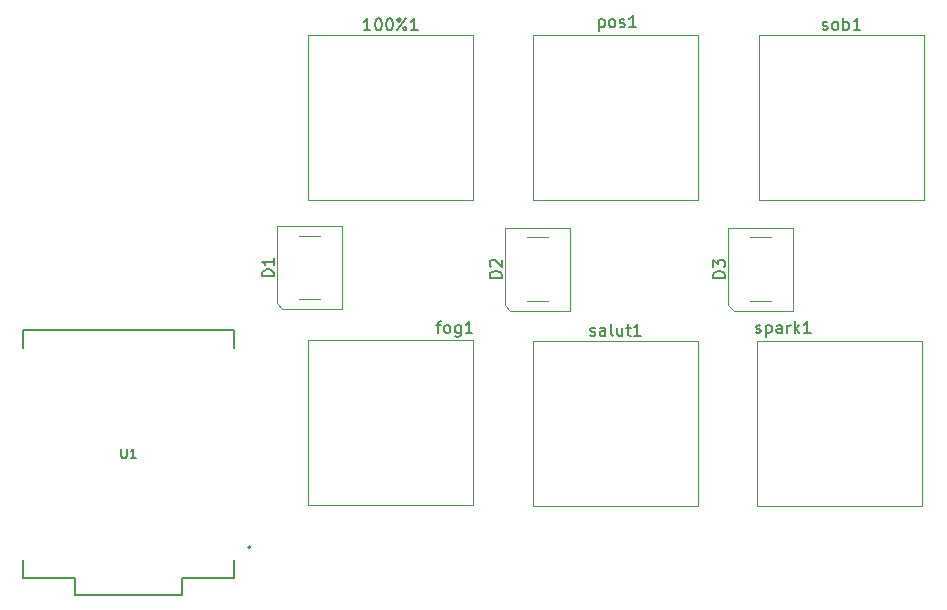
<source format=gto>
%TF.GenerationSoftware,KiCad,Pcbnew,9.0.2*%
%TF.CreationDate,2025-06-30T21:14:53-05:00*%
%TF.ProjectId,starter,73746172-7465-4722-9e6b-696361645f70,rev?*%
%TF.SameCoordinates,Original*%
%TF.FileFunction,Legend,Top*%
%TF.FilePolarity,Positive*%
%FSLAX46Y46*%
G04 Gerber Fmt 4.6, Leading zero omitted, Abs format (unit mm)*
G04 Created by KiCad (PCBNEW 9.0.2) date 2025-06-30 21:14:53*
%MOMM*%
%LPD*%
G01*
G04 APERTURE LIST*
%ADD10C,0.150000*%
%ADD11C,0.120000*%
%ADD12C,0.127000*%
%ADD13C,0.200000*%
G04 APERTURE END LIST*
D10*
X134354819Y-70788094D02*
X133354819Y-70788094D01*
X133354819Y-70788094D02*
X133354819Y-70549999D01*
X133354819Y-70549999D02*
X133402438Y-70407142D01*
X133402438Y-70407142D02*
X133497676Y-70311904D01*
X133497676Y-70311904D02*
X133592914Y-70264285D01*
X133592914Y-70264285D02*
X133783390Y-70216666D01*
X133783390Y-70216666D02*
X133926247Y-70216666D01*
X133926247Y-70216666D02*
X134116723Y-70264285D01*
X134116723Y-70264285D02*
X134211961Y-70311904D01*
X134211961Y-70311904D02*
X134307200Y-70407142D01*
X134307200Y-70407142D02*
X134354819Y-70549999D01*
X134354819Y-70549999D02*
X134354819Y-70788094D01*
X133354819Y-69883332D02*
X133354819Y-69264285D01*
X133354819Y-69264285D02*
X133735771Y-69597618D01*
X133735771Y-69597618D02*
X133735771Y-69454761D01*
X133735771Y-69454761D02*
X133783390Y-69359523D01*
X133783390Y-69359523D02*
X133831009Y-69311904D01*
X133831009Y-69311904D02*
X133926247Y-69264285D01*
X133926247Y-69264285D02*
X134164342Y-69264285D01*
X134164342Y-69264285D02*
X134259580Y-69311904D01*
X134259580Y-69311904D02*
X134307200Y-69359523D01*
X134307200Y-69359523D02*
X134354819Y-69454761D01*
X134354819Y-69454761D02*
X134354819Y-69740475D01*
X134354819Y-69740475D02*
X134307200Y-69835713D01*
X134307200Y-69835713D02*
X134259580Y-69883332D01*
X83250976Y-85250295D02*
X83250976Y-85897914D01*
X83250976Y-85897914D02*
X83289071Y-85974104D01*
X83289071Y-85974104D02*
X83327166Y-86012200D01*
X83327166Y-86012200D02*
X83403357Y-86050295D01*
X83403357Y-86050295D02*
X83555738Y-86050295D01*
X83555738Y-86050295D02*
X83631928Y-86012200D01*
X83631928Y-86012200D02*
X83670023Y-85974104D01*
X83670023Y-85974104D02*
X83708119Y-85897914D01*
X83708119Y-85897914D02*
X83708119Y-85250295D01*
X84508118Y-86050295D02*
X84050975Y-86050295D01*
X84279547Y-86050295D02*
X84279547Y-85250295D01*
X84279547Y-85250295D02*
X84203356Y-85364580D01*
X84203356Y-85364580D02*
X84127166Y-85440771D01*
X84127166Y-85440771D02*
X84050975Y-85478866D01*
X122957142Y-75633200D02*
X123052380Y-75680819D01*
X123052380Y-75680819D02*
X123242856Y-75680819D01*
X123242856Y-75680819D02*
X123338094Y-75633200D01*
X123338094Y-75633200D02*
X123385713Y-75537961D01*
X123385713Y-75537961D02*
X123385713Y-75490342D01*
X123385713Y-75490342D02*
X123338094Y-75395104D01*
X123338094Y-75395104D02*
X123242856Y-75347485D01*
X123242856Y-75347485D02*
X123099999Y-75347485D01*
X123099999Y-75347485D02*
X123004761Y-75299866D01*
X123004761Y-75299866D02*
X122957142Y-75204628D01*
X122957142Y-75204628D02*
X122957142Y-75157009D01*
X122957142Y-75157009D02*
X123004761Y-75061771D01*
X123004761Y-75061771D02*
X123099999Y-75014152D01*
X123099999Y-75014152D02*
X123242856Y-75014152D01*
X123242856Y-75014152D02*
X123338094Y-75061771D01*
X124242856Y-75680819D02*
X124242856Y-75157009D01*
X124242856Y-75157009D02*
X124195237Y-75061771D01*
X124195237Y-75061771D02*
X124099999Y-75014152D01*
X124099999Y-75014152D02*
X123909523Y-75014152D01*
X123909523Y-75014152D02*
X123814285Y-75061771D01*
X124242856Y-75633200D02*
X124147618Y-75680819D01*
X124147618Y-75680819D02*
X123909523Y-75680819D01*
X123909523Y-75680819D02*
X123814285Y-75633200D01*
X123814285Y-75633200D02*
X123766666Y-75537961D01*
X123766666Y-75537961D02*
X123766666Y-75442723D01*
X123766666Y-75442723D02*
X123814285Y-75347485D01*
X123814285Y-75347485D02*
X123909523Y-75299866D01*
X123909523Y-75299866D02*
X124147618Y-75299866D01*
X124147618Y-75299866D02*
X124242856Y-75252247D01*
X124861904Y-75680819D02*
X124766666Y-75633200D01*
X124766666Y-75633200D02*
X124719047Y-75537961D01*
X124719047Y-75537961D02*
X124719047Y-74680819D01*
X125671428Y-75014152D02*
X125671428Y-75680819D01*
X125242857Y-75014152D02*
X125242857Y-75537961D01*
X125242857Y-75537961D02*
X125290476Y-75633200D01*
X125290476Y-75633200D02*
X125385714Y-75680819D01*
X125385714Y-75680819D02*
X125528571Y-75680819D01*
X125528571Y-75680819D02*
X125623809Y-75633200D01*
X125623809Y-75633200D02*
X125671428Y-75585580D01*
X126004762Y-75014152D02*
X126385714Y-75014152D01*
X126147619Y-74680819D02*
X126147619Y-75537961D01*
X126147619Y-75537961D02*
X126195238Y-75633200D01*
X126195238Y-75633200D02*
X126290476Y-75680819D01*
X126290476Y-75680819D02*
X126385714Y-75680819D01*
X127242857Y-75680819D02*
X126671429Y-75680819D01*
X126957143Y-75680819D02*
X126957143Y-74680819D01*
X126957143Y-74680819D02*
X126861905Y-74823676D01*
X126861905Y-74823676D02*
X126766667Y-74918914D01*
X126766667Y-74918914D02*
X126671429Y-74966533D01*
X104355714Y-49810819D02*
X103784286Y-49810819D01*
X104070000Y-49810819D02*
X104070000Y-48810819D01*
X104070000Y-48810819D02*
X103974762Y-48953676D01*
X103974762Y-48953676D02*
X103879524Y-49048914D01*
X103879524Y-49048914D02*
X103784286Y-49096533D01*
X104974762Y-48810819D02*
X105070000Y-48810819D01*
X105070000Y-48810819D02*
X105165238Y-48858438D01*
X105165238Y-48858438D02*
X105212857Y-48906057D01*
X105212857Y-48906057D02*
X105260476Y-49001295D01*
X105260476Y-49001295D02*
X105308095Y-49191771D01*
X105308095Y-49191771D02*
X105308095Y-49429866D01*
X105308095Y-49429866D02*
X105260476Y-49620342D01*
X105260476Y-49620342D02*
X105212857Y-49715580D01*
X105212857Y-49715580D02*
X105165238Y-49763200D01*
X105165238Y-49763200D02*
X105070000Y-49810819D01*
X105070000Y-49810819D02*
X104974762Y-49810819D01*
X104974762Y-49810819D02*
X104879524Y-49763200D01*
X104879524Y-49763200D02*
X104831905Y-49715580D01*
X104831905Y-49715580D02*
X104784286Y-49620342D01*
X104784286Y-49620342D02*
X104736667Y-49429866D01*
X104736667Y-49429866D02*
X104736667Y-49191771D01*
X104736667Y-49191771D02*
X104784286Y-49001295D01*
X104784286Y-49001295D02*
X104831905Y-48906057D01*
X104831905Y-48906057D02*
X104879524Y-48858438D01*
X104879524Y-48858438D02*
X104974762Y-48810819D01*
X105927143Y-48810819D02*
X106022381Y-48810819D01*
X106022381Y-48810819D02*
X106117619Y-48858438D01*
X106117619Y-48858438D02*
X106165238Y-48906057D01*
X106165238Y-48906057D02*
X106212857Y-49001295D01*
X106212857Y-49001295D02*
X106260476Y-49191771D01*
X106260476Y-49191771D02*
X106260476Y-49429866D01*
X106260476Y-49429866D02*
X106212857Y-49620342D01*
X106212857Y-49620342D02*
X106165238Y-49715580D01*
X106165238Y-49715580D02*
X106117619Y-49763200D01*
X106117619Y-49763200D02*
X106022381Y-49810819D01*
X106022381Y-49810819D02*
X105927143Y-49810819D01*
X105927143Y-49810819D02*
X105831905Y-49763200D01*
X105831905Y-49763200D02*
X105784286Y-49715580D01*
X105784286Y-49715580D02*
X105736667Y-49620342D01*
X105736667Y-49620342D02*
X105689048Y-49429866D01*
X105689048Y-49429866D02*
X105689048Y-49191771D01*
X105689048Y-49191771D02*
X105736667Y-49001295D01*
X105736667Y-49001295D02*
X105784286Y-48906057D01*
X105784286Y-48906057D02*
X105831905Y-48858438D01*
X105831905Y-48858438D02*
X105927143Y-48810819D01*
X106641429Y-49810819D02*
X107403333Y-48810819D01*
X106784286Y-48810819D02*
X106879524Y-48858438D01*
X106879524Y-48858438D02*
X106927143Y-48953676D01*
X106927143Y-48953676D02*
X106879524Y-49048914D01*
X106879524Y-49048914D02*
X106784286Y-49096533D01*
X106784286Y-49096533D02*
X106689048Y-49048914D01*
X106689048Y-49048914D02*
X106641429Y-48953676D01*
X106641429Y-48953676D02*
X106689048Y-48858438D01*
X106689048Y-48858438D02*
X106784286Y-48810819D01*
X107355714Y-49763200D02*
X107403333Y-49667961D01*
X107403333Y-49667961D02*
X107355714Y-49572723D01*
X107355714Y-49572723D02*
X107260476Y-49525104D01*
X107260476Y-49525104D02*
X107165238Y-49572723D01*
X107165238Y-49572723D02*
X107117619Y-49667961D01*
X107117619Y-49667961D02*
X107165238Y-49763200D01*
X107165238Y-49763200D02*
X107260476Y-49810819D01*
X107260476Y-49810819D02*
X107355714Y-49763200D01*
X108355714Y-49810819D02*
X107784286Y-49810819D01*
X108070000Y-49810819D02*
X108070000Y-48810819D01*
X108070000Y-48810819D02*
X107974762Y-48953676D01*
X107974762Y-48953676D02*
X107879524Y-49048914D01*
X107879524Y-49048914D02*
X107784286Y-49096533D01*
X115454819Y-70788094D02*
X114454819Y-70788094D01*
X114454819Y-70788094D02*
X114454819Y-70549999D01*
X114454819Y-70549999D02*
X114502438Y-70407142D01*
X114502438Y-70407142D02*
X114597676Y-70311904D01*
X114597676Y-70311904D02*
X114692914Y-70264285D01*
X114692914Y-70264285D02*
X114883390Y-70216666D01*
X114883390Y-70216666D02*
X115026247Y-70216666D01*
X115026247Y-70216666D02*
X115216723Y-70264285D01*
X115216723Y-70264285D02*
X115311961Y-70311904D01*
X115311961Y-70311904D02*
X115407200Y-70407142D01*
X115407200Y-70407142D02*
X115454819Y-70549999D01*
X115454819Y-70549999D02*
X115454819Y-70788094D01*
X114550057Y-69835713D02*
X114502438Y-69788094D01*
X114502438Y-69788094D02*
X114454819Y-69692856D01*
X114454819Y-69692856D02*
X114454819Y-69454761D01*
X114454819Y-69454761D02*
X114502438Y-69359523D01*
X114502438Y-69359523D02*
X114550057Y-69311904D01*
X114550057Y-69311904D02*
X114645295Y-69264285D01*
X114645295Y-69264285D02*
X114740533Y-69264285D01*
X114740533Y-69264285D02*
X114883390Y-69311904D01*
X114883390Y-69311904D02*
X115454819Y-69883332D01*
X115454819Y-69883332D02*
X115454819Y-69264285D01*
X109928571Y-74788152D02*
X110309523Y-74788152D01*
X110071428Y-75454819D02*
X110071428Y-74597676D01*
X110071428Y-74597676D02*
X110119047Y-74502438D01*
X110119047Y-74502438D02*
X110214285Y-74454819D01*
X110214285Y-74454819D02*
X110309523Y-74454819D01*
X110785714Y-75454819D02*
X110690476Y-75407200D01*
X110690476Y-75407200D02*
X110642857Y-75359580D01*
X110642857Y-75359580D02*
X110595238Y-75264342D01*
X110595238Y-75264342D02*
X110595238Y-74978628D01*
X110595238Y-74978628D02*
X110642857Y-74883390D01*
X110642857Y-74883390D02*
X110690476Y-74835771D01*
X110690476Y-74835771D02*
X110785714Y-74788152D01*
X110785714Y-74788152D02*
X110928571Y-74788152D01*
X110928571Y-74788152D02*
X111023809Y-74835771D01*
X111023809Y-74835771D02*
X111071428Y-74883390D01*
X111071428Y-74883390D02*
X111119047Y-74978628D01*
X111119047Y-74978628D02*
X111119047Y-75264342D01*
X111119047Y-75264342D02*
X111071428Y-75359580D01*
X111071428Y-75359580D02*
X111023809Y-75407200D01*
X111023809Y-75407200D02*
X110928571Y-75454819D01*
X110928571Y-75454819D02*
X110785714Y-75454819D01*
X111976190Y-74788152D02*
X111976190Y-75597676D01*
X111976190Y-75597676D02*
X111928571Y-75692914D01*
X111928571Y-75692914D02*
X111880952Y-75740533D01*
X111880952Y-75740533D02*
X111785714Y-75788152D01*
X111785714Y-75788152D02*
X111642857Y-75788152D01*
X111642857Y-75788152D02*
X111547619Y-75740533D01*
X111976190Y-75407200D02*
X111880952Y-75454819D01*
X111880952Y-75454819D02*
X111690476Y-75454819D01*
X111690476Y-75454819D02*
X111595238Y-75407200D01*
X111595238Y-75407200D02*
X111547619Y-75359580D01*
X111547619Y-75359580D02*
X111500000Y-75264342D01*
X111500000Y-75264342D02*
X111500000Y-74978628D01*
X111500000Y-74978628D02*
X111547619Y-74883390D01*
X111547619Y-74883390D02*
X111595238Y-74835771D01*
X111595238Y-74835771D02*
X111690476Y-74788152D01*
X111690476Y-74788152D02*
X111880952Y-74788152D01*
X111880952Y-74788152D02*
X111976190Y-74835771D01*
X112976190Y-75454819D02*
X112404762Y-75454819D01*
X112690476Y-75454819D02*
X112690476Y-74454819D01*
X112690476Y-74454819D02*
X112595238Y-74597676D01*
X112595238Y-74597676D02*
X112500000Y-74692914D01*
X112500000Y-74692914D02*
X112404762Y-74740533D01*
X142634762Y-49733200D02*
X142730000Y-49780819D01*
X142730000Y-49780819D02*
X142920476Y-49780819D01*
X142920476Y-49780819D02*
X143015714Y-49733200D01*
X143015714Y-49733200D02*
X143063333Y-49637961D01*
X143063333Y-49637961D02*
X143063333Y-49590342D01*
X143063333Y-49590342D02*
X143015714Y-49495104D01*
X143015714Y-49495104D02*
X142920476Y-49447485D01*
X142920476Y-49447485D02*
X142777619Y-49447485D01*
X142777619Y-49447485D02*
X142682381Y-49399866D01*
X142682381Y-49399866D02*
X142634762Y-49304628D01*
X142634762Y-49304628D02*
X142634762Y-49257009D01*
X142634762Y-49257009D02*
X142682381Y-49161771D01*
X142682381Y-49161771D02*
X142777619Y-49114152D01*
X142777619Y-49114152D02*
X142920476Y-49114152D01*
X142920476Y-49114152D02*
X143015714Y-49161771D01*
X143634762Y-49780819D02*
X143539524Y-49733200D01*
X143539524Y-49733200D02*
X143491905Y-49685580D01*
X143491905Y-49685580D02*
X143444286Y-49590342D01*
X143444286Y-49590342D02*
X143444286Y-49304628D01*
X143444286Y-49304628D02*
X143491905Y-49209390D01*
X143491905Y-49209390D02*
X143539524Y-49161771D01*
X143539524Y-49161771D02*
X143634762Y-49114152D01*
X143634762Y-49114152D02*
X143777619Y-49114152D01*
X143777619Y-49114152D02*
X143872857Y-49161771D01*
X143872857Y-49161771D02*
X143920476Y-49209390D01*
X143920476Y-49209390D02*
X143968095Y-49304628D01*
X143968095Y-49304628D02*
X143968095Y-49590342D01*
X143968095Y-49590342D02*
X143920476Y-49685580D01*
X143920476Y-49685580D02*
X143872857Y-49733200D01*
X143872857Y-49733200D02*
X143777619Y-49780819D01*
X143777619Y-49780819D02*
X143634762Y-49780819D01*
X144396667Y-49780819D02*
X144396667Y-48780819D01*
X144396667Y-49161771D02*
X144491905Y-49114152D01*
X144491905Y-49114152D02*
X144682381Y-49114152D01*
X144682381Y-49114152D02*
X144777619Y-49161771D01*
X144777619Y-49161771D02*
X144825238Y-49209390D01*
X144825238Y-49209390D02*
X144872857Y-49304628D01*
X144872857Y-49304628D02*
X144872857Y-49590342D01*
X144872857Y-49590342D02*
X144825238Y-49685580D01*
X144825238Y-49685580D02*
X144777619Y-49733200D01*
X144777619Y-49733200D02*
X144682381Y-49780819D01*
X144682381Y-49780819D02*
X144491905Y-49780819D01*
X144491905Y-49780819D02*
X144396667Y-49733200D01*
X145825238Y-49780819D02*
X145253810Y-49780819D01*
X145539524Y-49780819D02*
X145539524Y-48780819D01*
X145539524Y-48780819D02*
X145444286Y-48923676D01*
X145444286Y-48923676D02*
X145349048Y-49018914D01*
X145349048Y-49018914D02*
X145253810Y-49066533D01*
X136990476Y-75407200D02*
X137085714Y-75454819D01*
X137085714Y-75454819D02*
X137276190Y-75454819D01*
X137276190Y-75454819D02*
X137371428Y-75407200D01*
X137371428Y-75407200D02*
X137419047Y-75311961D01*
X137419047Y-75311961D02*
X137419047Y-75264342D01*
X137419047Y-75264342D02*
X137371428Y-75169104D01*
X137371428Y-75169104D02*
X137276190Y-75121485D01*
X137276190Y-75121485D02*
X137133333Y-75121485D01*
X137133333Y-75121485D02*
X137038095Y-75073866D01*
X137038095Y-75073866D02*
X136990476Y-74978628D01*
X136990476Y-74978628D02*
X136990476Y-74931009D01*
X136990476Y-74931009D02*
X137038095Y-74835771D01*
X137038095Y-74835771D02*
X137133333Y-74788152D01*
X137133333Y-74788152D02*
X137276190Y-74788152D01*
X137276190Y-74788152D02*
X137371428Y-74835771D01*
X137847619Y-74788152D02*
X137847619Y-75788152D01*
X137847619Y-74835771D02*
X137942857Y-74788152D01*
X137942857Y-74788152D02*
X138133333Y-74788152D01*
X138133333Y-74788152D02*
X138228571Y-74835771D01*
X138228571Y-74835771D02*
X138276190Y-74883390D01*
X138276190Y-74883390D02*
X138323809Y-74978628D01*
X138323809Y-74978628D02*
X138323809Y-75264342D01*
X138323809Y-75264342D02*
X138276190Y-75359580D01*
X138276190Y-75359580D02*
X138228571Y-75407200D01*
X138228571Y-75407200D02*
X138133333Y-75454819D01*
X138133333Y-75454819D02*
X137942857Y-75454819D01*
X137942857Y-75454819D02*
X137847619Y-75407200D01*
X139180952Y-75454819D02*
X139180952Y-74931009D01*
X139180952Y-74931009D02*
X139133333Y-74835771D01*
X139133333Y-74835771D02*
X139038095Y-74788152D01*
X139038095Y-74788152D02*
X138847619Y-74788152D01*
X138847619Y-74788152D02*
X138752381Y-74835771D01*
X139180952Y-75407200D02*
X139085714Y-75454819D01*
X139085714Y-75454819D02*
X138847619Y-75454819D01*
X138847619Y-75454819D02*
X138752381Y-75407200D01*
X138752381Y-75407200D02*
X138704762Y-75311961D01*
X138704762Y-75311961D02*
X138704762Y-75216723D01*
X138704762Y-75216723D02*
X138752381Y-75121485D01*
X138752381Y-75121485D02*
X138847619Y-75073866D01*
X138847619Y-75073866D02*
X139085714Y-75073866D01*
X139085714Y-75073866D02*
X139180952Y-75026247D01*
X139657143Y-75454819D02*
X139657143Y-74788152D01*
X139657143Y-74978628D02*
X139704762Y-74883390D01*
X139704762Y-74883390D02*
X139752381Y-74835771D01*
X139752381Y-74835771D02*
X139847619Y-74788152D01*
X139847619Y-74788152D02*
X139942857Y-74788152D01*
X140276191Y-75454819D02*
X140276191Y-74454819D01*
X140371429Y-75073866D02*
X140657143Y-75454819D01*
X140657143Y-74788152D02*
X140276191Y-75169104D01*
X141609524Y-75454819D02*
X141038096Y-75454819D01*
X141323810Y-75454819D02*
X141323810Y-74454819D01*
X141323810Y-74454819D02*
X141228572Y-74597676D01*
X141228572Y-74597676D02*
X141133334Y-74692914D01*
X141133334Y-74692914D02*
X141038096Y-74740533D01*
X123702381Y-48888152D02*
X123702381Y-49888152D01*
X123702381Y-48935771D02*
X123797619Y-48888152D01*
X123797619Y-48888152D02*
X123988095Y-48888152D01*
X123988095Y-48888152D02*
X124083333Y-48935771D01*
X124083333Y-48935771D02*
X124130952Y-48983390D01*
X124130952Y-48983390D02*
X124178571Y-49078628D01*
X124178571Y-49078628D02*
X124178571Y-49364342D01*
X124178571Y-49364342D02*
X124130952Y-49459580D01*
X124130952Y-49459580D02*
X124083333Y-49507200D01*
X124083333Y-49507200D02*
X123988095Y-49554819D01*
X123988095Y-49554819D02*
X123797619Y-49554819D01*
X123797619Y-49554819D02*
X123702381Y-49507200D01*
X124750000Y-49554819D02*
X124654762Y-49507200D01*
X124654762Y-49507200D02*
X124607143Y-49459580D01*
X124607143Y-49459580D02*
X124559524Y-49364342D01*
X124559524Y-49364342D02*
X124559524Y-49078628D01*
X124559524Y-49078628D02*
X124607143Y-48983390D01*
X124607143Y-48983390D02*
X124654762Y-48935771D01*
X124654762Y-48935771D02*
X124750000Y-48888152D01*
X124750000Y-48888152D02*
X124892857Y-48888152D01*
X124892857Y-48888152D02*
X124988095Y-48935771D01*
X124988095Y-48935771D02*
X125035714Y-48983390D01*
X125035714Y-48983390D02*
X125083333Y-49078628D01*
X125083333Y-49078628D02*
X125083333Y-49364342D01*
X125083333Y-49364342D02*
X125035714Y-49459580D01*
X125035714Y-49459580D02*
X124988095Y-49507200D01*
X124988095Y-49507200D02*
X124892857Y-49554819D01*
X124892857Y-49554819D02*
X124750000Y-49554819D01*
X125464286Y-49507200D02*
X125559524Y-49554819D01*
X125559524Y-49554819D02*
X125750000Y-49554819D01*
X125750000Y-49554819D02*
X125845238Y-49507200D01*
X125845238Y-49507200D02*
X125892857Y-49411961D01*
X125892857Y-49411961D02*
X125892857Y-49364342D01*
X125892857Y-49364342D02*
X125845238Y-49269104D01*
X125845238Y-49269104D02*
X125750000Y-49221485D01*
X125750000Y-49221485D02*
X125607143Y-49221485D01*
X125607143Y-49221485D02*
X125511905Y-49173866D01*
X125511905Y-49173866D02*
X125464286Y-49078628D01*
X125464286Y-49078628D02*
X125464286Y-49031009D01*
X125464286Y-49031009D02*
X125511905Y-48935771D01*
X125511905Y-48935771D02*
X125607143Y-48888152D01*
X125607143Y-48888152D02*
X125750000Y-48888152D01*
X125750000Y-48888152D02*
X125845238Y-48935771D01*
X126845238Y-49554819D02*
X126273810Y-49554819D01*
X126559524Y-49554819D02*
X126559524Y-48554819D01*
X126559524Y-48554819D02*
X126464286Y-48697676D01*
X126464286Y-48697676D02*
X126369048Y-48792914D01*
X126369048Y-48792914D02*
X126273810Y-48840533D01*
X96154819Y-70638094D02*
X95154819Y-70638094D01*
X95154819Y-70638094D02*
X95154819Y-70399999D01*
X95154819Y-70399999D02*
X95202438Y-70257142D01*
X95202438Y-70257142D02*
X95297676Y-70161904D01*
X95297676Y-70161904D02*
X95392914Y-70114285D01*
X95392914Y-70114285D02*
X95583390Y-70066666D01*
X95583390Y-70066666D02*
X95726247Y-70066666D01*
X95726247Y-70066666D02*
X95916723Y-70114285D01*
X95916723Y-70114285D02*
X96011961Y-70161904D01*
X96011961Y-70161904D02*
X96107200Y-70257142D01*
X96107200Y-70257142D02*
X96154819Y-70399999D01*
X96154819Y-70399999D02*
X96154819Y-70638094D01*
X96154819Y-69114285D02*
X96154819Y-69685713D01*
X96154819Y-69399999D02*
X95154819Y-69399999D01*
X95154819Y-69399999D02*
X95297676Y-69495237D01*
X95297676Y-69495237D02*
X95392914Y-69590475D01*
X95392914Y-69590475D02*
X95440533Y-69685713D01*
D11*
%TO.C,D3*%
X134650000Y-66550000D02*
X134650000Y-73100000D01*
X134650000Y-73100000D02*
X135100000Y-73550000D01*
X135100000Y-73550000D02*
X140150000Y-73550000D01*
X136500000Y-67350000D02*
X138300000Y-67350000D01*
X136500000Y-72750000D02*
X138300000Y-72750000D01*
X140150000Y-66550000D02*
X134650000Y-66550000D01*
X140150000Y-66550000D02*
X140150000Y-73550000D01*
D12*
%TO.C,U1*%
X74960500Y-75188000D02*
X74960500Y-76718000D01*
X74960500Y-96188000D02*
X74960500Y-94688000D01*
X79360500Y-96188000D02*
X74960500Y-96188000D01*
X79360500Y-97588000D02*
X79360500Y-96188000D01*
X88360500Y-96188000D02*
X88360500Y-97588000D01*
X88360500Y-97612000D02*
X79365500Y-97612000D01*
X92760500Y-75188000D02*
X74960500Y-75188000D01*
X92760500Y-76718000D02*
X92760500Y-75188000D01*
X92760500Y-94688000D02*
X92760500Y-96188000D01*
X92760500Y-96188000D02*
X88360500Y-96188000D01*
D13*
X94189500Y-93579000D02*
G75*
G02*
X93989500Y-93579000I-100000J0D01*
G01*
X93989500Y-93579000D02*
G75*
G02*
X94189500Y-93579000I100000J0D01*
G01*
D11*
%TO.C,salut1*%
X118115000Y-76115000D02*
X132085000Y-76115000D01*
X118115000Y-90085000D02*
X118115000Y-76115000D01*
X132085000Y-76115000D02*
X132085000Y-90085000D01*
X132085000Y-90085000D02*
X118115000Y-90085000D01*
%TO.C,100\u00251*%
X99085000Y-50245000D02*
X113055000Y-50245000D01*
X99085000Y-64215000D02*
X99085000Y-50245000D01*
X113055000Y-50245000D02*
X113055000Y-64215000D01*
X113055000Y-64215000D02*
X99085000Y-64215000D01*
%TO.C,D2*%
X115750000Y-66550000D02*
X115750000Y-73100000D01*
X115750000Y-73100000D02*
X116200000Y-73550000D01*
X116200000Y-73550000D02*
X121250000Y-73550000D01*
X117600000Y-67350000D02*
X119400000Y-67350000D01*
X117600000Y-72750000D02*
X119400000Y-72750000D01*
X121250000Y-66550000D02*
X115750000Y-66550000D01*
X121250000Y-66550000D02*
X121250000Y-73550000D01*
%TO.C,fog1*%
X99035000Y-76045000D02*
X113005000Y-76045000D01*
X99035000Y-90015000D02*
X99035000Y-76045000D01*
X113005000Y-76045000D02*
X113005000Y-90015000D01*
X113005000Y-90015000D02*
X99035000Y-90015000D01*
%TO.C,sob1*%
X137245000Y-50215000D02*
X151215000Y-50215000D01*
X137245000Y-64185000D02*
X137245000Y-50215000D01*
X151215000Y-50215000D02*
X151215000Y-64185000D01*
X151215000Y-64185000D02*
X137245000Y-64185000D01*
%TO.C,spark1*%
X137115000Y-76115000D02*
X151085000Y-76115000D01*
X137115000Y-90085000D02*
X137115000Y-76115000D01*
X151085000Y-76115000D02*
X151085000Y-90085000D01*
X151085000Y-90085000D02*
X137115000Y-90085000D01*
%TO.C,pos1*%
X118085000Y-50215000D02*
X132055000Y-50215000D01*
X118085000Y-64185000D02*
X118085000Y-50215000D01*
X132055000Y-50215000D02*
X132055000Y-64185000D01*
X132055000Y-64185000D02*
X118085000Y-64185000D01*
%TO.C,D1*%
X96450000Y-66400000D02*
X96450000Y-72950000D01*
X96450000Y-72950000D02*
X96900000Y-73400000D01*
X96900000Y-73400000D02*
X101950000Y-73400000D01*
X98300000Y-67200000D02*
X100100000Y-67200000D01*
X98300000Y-72600000D02*
X100100000Y-72600000D01*
X101950000Y-66400000D02*
X96450000Y-66400000D01*
X101950000Y-66400000D02*
X101950000Y-73400000D01*
%TD*%
M02*

</source>
